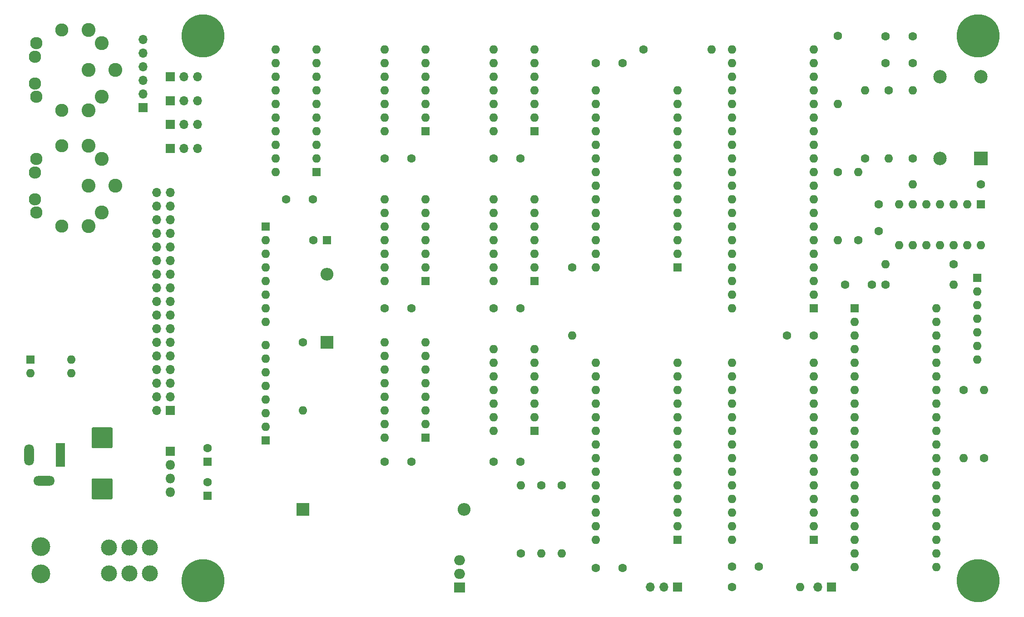
<source format=gbr>
%TF.GenerationSoftware,KiCad,Pcbnew,(5.1.10)-1*%
%TF.CreationDate,2022-09-04T00:11:24-04:00*%
%TF.ProjectId,1581-improved,31353831-2d69-46d7-9072-6f7665642e6b,rev?*%
%TF.SameCoordinates,Original*%
%TF.FileFunction,Soldermask,Bot*%
%TF.FilePolarity,Negative*%
%FSLAX46Y46*%
G04 Gerber Fmt 4.6, Leading zero omitted, Abs format (unit mm)*
G04 Created by KiCad (PCBNEW (5.1.10)-1) date 2022-09-04 00:11:24*
%MOMM*%
%LPD*%
G01*
G04 APERTURE LIST*
%ADD10O,1.600000X1.600000*%
%ADD11R,1.600000X1.600000*%
%ADD12C,0.900000*%
%ADD13C,8.000000*%
%ADD14C,1.600000*%
%ADD15R,1.700000X1.700000*%
%ADD16O,1.700000X1.700000*%
%ADD17C,2.600000*%
%ADD18C,2.300000*%
%ADD19C,2.450000*%
%ADD20R,1.800000X1.800000*%
%ADD21O,1.800000X1.800000*%
%ADD22O,4.000000X1.800000*%
%ADD23O,1.800000X4.000000*%
%ADD24R,1.800000X4.400000*%
%ADD25R,2.500000X2.500000*%
%ADD26C,2.500000*%
%ADD27C,3.500000*%
%ADD28C,3.000000*%
%ADD29R,2.000000X1.905000*%
%ADD30O,2.000000X1.905000*%
%ADD31R,2.400000X2.400000*%
%ADD32O,2.400000X2.400000*%
G04 APERTURE END LIST*
D10*
%TO.C,U1*%
X221615000Y-91440000D03*
X206375000Y-139700000D03*
X221615000Y-93980000D03*
X206375000Y-137160000D03*
X221615000Y-96520000D03*
X206375000Y-134620000D03*
X221615000Y-99060000D03*
X206375000Y-132080000D03*
X221615000Y-101600000D03*
X206375000Y-129540000D03*
X221615000Y-104140000D03*
X206375000Y-127000000D03*
X221615000Y-106680000D03*
X206375000Y-124460000D03*
X221615000Y-109220000D03*
X206375000Y-121920000D03*
X221615000Y-111760000D03*
X206375000Y-119380000D03*
X221615000Y-114300000D03*
X206375000Y-116840000D03*
X221615000Y-116840000D03*
X206375000Y-114300000D03*
X221615000Y-119380000D03*
X206375000Y-111760000D03*
X221615000Y-121920000D03*
X206375000Y-109220000D03*
X221615000Y-124460000D03*
X206375000Y-106680000D03*
X221615000Y-127000000D03*
X206375000Y-104140000D03*
X221615000Y-129540000D03*
X206375000Y-101600000D03*
X221615000Y-132080000D03*
X206375000Y-99060000D03*
X221615000Y-134620000D03*
X206375000Y-96520000D03*
X221615000Y-137160000D03*
X206375000Y-93980000D03*
X221615000Y-139700000D03*
D11*
X206375000Y-91440000D03*
%TD*%
D12*
%TO.C,REF\u002A\u002A*%
X231483320Y-140118680D03*
X229362000Y-139240000D03*
X227240680Y-140118680D03*
X226362000Y-142240000D03*
X227240680Y-144361320D03*
X229362000Y-145240000D03*
X231483320Y-144361320D03*
X232362000Y-142240000D03*
D13*
X229362000Y-142240000D03*
%TD*%
D12*
%TO.C,REF\u002A\u002A*%
X231483320Y-38518680D03*
X229362000Y-37640000D03*
X227240680Y-38518680D03*
X226362000Y-40640000D03*
X227240680Y-42761320D03*
X229362000Y-43640000D03*
X231483320Y-42761320D03*
X232362000Y-40640000D03*
D13*
X229362000Y-40640000D03*
%TD*%
D12*
%TO.C,REF\u002A\u002A*%
X86957320Y-140118680D03*
X84836000Y-139240000D03*
X82714680Y-140118680D03*
X81836000Y-142240000D03*
X82714680Y-144361320D03*
X84836000Y-145240000D03*
X86957320Y-144361320D03*
X87836000Y-142240000D03*
D13*
X84836000Y-142240000D03*
%TD*%
D12*
%TO.C,REF\u002A\u002A*%
X86957320Y-38518680D03*
X84836000Y-37640000D03*
X82714680Y-38518680D03*
X81836000Y-40640000D03*
X82714680Y-42761320D03*
X84836000Y-43640000D03*
X86957320Y-42761320D03*
X87836000Y-40640000D03*
D13*
X84836000Y-40640000D03*
%TD*%
D11*
%TO.C,C18*%
X85725000Y-126365000D03*
D14*
X85725000Y-123865000D03*
%TD*%
D11*
%TO.C,C20*%
X107950000Y-78740000D03*
D14*
X105450000Y-78740000D03*
%TD*%
%TO.C,C22*%
X85725000Y-117515000D03*
D11*
X85725000Y-120015000D03*
%TD*%
D15*
%TO.C,CN1*%
X73660000Y-53975000D03*
D16*
X73660000Y-51435000D03*
X73660000Y-48895000D03*
X73660000Y-46355000D03*
X73660000Y-43815000D03*
X73660000Y-41275000D03*
%TD*%
D15*
%TO.C,CN2*%
X78740000Y-110490000D03*
D16*
X76200000Y-110490000D03*
X78740000Y-107950000D03*
X76200000Y-107950000D03*
X78740000Y-105410000D03*
X76200000Y-105410000D03*
X78740000Y-102870000D03*
X76200000Y-102870000D03*
X78740000Y-100330000D03*
X76200000Y-100330000D03*
X78740000Y-97790000D03*
X76200000Y-97790000D03*
X78740000Y-95250000D03*
X76200000Y-95250000D03*
X78740000Y-92710000D03*
X76200000Y-92710000D03*
X78740000Y-90170000D03*
X76200000Y-90170000D03*
X78740000Y-87630000D03*
X76200000Y-87630000D03*
X78740000Y-85090000D03*
X76200000Y-85090000D03*
X78740000Y-82550000D03*
X76200000Y-82550000D03*
X78740000Y-80010000D03*
X76200000Y-80010000D03*
X78740000Y-77470000D03*
X76200000Y-77470000D03*
X78740000Y-74930000D03*
X76200000Y-74930000D03*
X78740000Y-72390000D03*
X76200000Y-72390000D03*
X78740000Y-69850000D03*
X76200000Y-69850000D03*
%TD*%
D17*
%TO.C,CN3*%
X68500000Y-68580000D03*
X66000000Y-73580000D03*
X66000000Y-63580000D03*
X63500000Y-76080000D03*
X63500000Y-68580000D03*
X63500000Y-61080000D03*
D18*
X53800000Y-63580000D03*
X53800000Y-73580000D03*
X53500000Y-66080000D03*
X53500000Y-71080000D03*
D19*
X58500000Y-76080000D03*
X58500000Y-61080000D03*
%TD*%
D15*
%TO.C,CN5*%
X173355000Y-143383000D03*
D16*
X170815000Y-143383000D03*
X168275000Y-143383000D03*
%TD*%
%TO.C,EMI1*%
X83820000Y-52705000D03*
X81280000Y-52705000D03*
D15*
X78740000Y-52705000D03*
%TD*%
%TO.C,EMI2*%
X78740000Y-48260000D03*
D16*
X81280000Y-48260000D03*
X83820000Y-48260000D03*
%TD*%
D15*
%TO.C,EMI3*%
X78740000Y-61595000D03*
D16*
X81280000Y-61595000D03*
X83820000Y-61595000D03*
%TD*%
%TO.C,EMI4*%
X83820000Y-57150000D03*
X81280000Y-57150000D03*
D15*
X78740000Y-57150000D03*
%TD*%
D11*
%TO.C,RP3*%
X96520000Y-116078000D03*
D10*
X96520000Y-113538000D03*
X96520000Y-110998000D03*
X96520000Y-108458000D03*
X96520000Y-105918000D03*
X96520000Y-103378000D03*
X96520000Y-100838000D03*
X96520000Y-98298000D03*
%TD*%
D11*
%TO.C,SW1*%
X52705000Y-100965000D03*
D10*
X60325000Y-103505000D03*
X52705000Y-103505000D03*
X60325000Y-100965000D03*
%TD*%
D11*
%TO.C,U4*%
X173355000Y-83820000D03*
D10*
X158115000Y-50800000D03*
X173355000Y-81280000D03*
X158115000Y-53340000D03*
X173355000Y-78740000D03*
X158115000Y-55880000D03*
X173355000Y-76200000D03*
X158115000Y-58420000D03*
X173355000Y-73660000D03*
X158115000Y-60960000D03*
X173355000Y-71120000D03*
X158115000Y-63500000D03*
X173355000Y-68580000D03*
X158115000Y-66040000D03*
X173355000Y-66040000D03*
X158115000Y-68580000D03*
X173355000Y-63500000D03*
X158115000Y-71120000D03*
X173355000Y-60960000D03*
X158115000Y-73660000D03*
X173355000Y-58420000D03*
X158115000Y-76200000D03*
X173355000Y-55880000D03*
X158115000Y-78740000D03*
X173355000Y-53340000D03*
X158115000Y-81280000D03*
X173355000Y-50800000D03*
X158115000Y-83820000D03*
%TD*%
D17*
%TO.C,CN4*%
X68500000Y-46990000D03*
X66000000Y-51990000D03*
X66000000Y-41990000D03*
X63500000Y-54490000D03*
X63500000Y-46990000D03*
X63500000Y-39490000D03*
D18*
X53800000Y-41990000D03*
X53800000Y-51990000D03*
X53500000Y-44490000D03*
X53500000Y-49490000D03*
D19*
X58500000Y-54490000D03*
X58500000Y-39490000D03*
%TD*%
D20*
%TO.C,J1*%
X78740000Y-118110000D03*
D21*
X78740000Y-120650000D03*
X78740000Y-123190000D03*
X78740000Y-125730000D03*
%TD*%
D22*
%TO.C,J2*%
X55245000Y-123545000D03*
D23*
X52445000Y-118745000D03*
D24*
X58245000Y-118745000D03*
%TD*%
D25*
%TO.C,X1*%
X229870000Y-63500000D03*
D26*
X222250000Y-63500000D03*
X222250000Y-48260000D03*
X229870000Y-48260000D03*
%TD*%
D27*
%TO.C,SW2*%
X54610000Y-135890000D03*
X54610000Y-140970000D03*
D28*
X67310000Y-136017000D03*
X67310000Y-140843000D03*
X71120000Y-136017000D03*
X71120000Y-140843000D03*
X74930000Y-136017000D03*
X74930000Y-140843000D03*
%TD*%
D29*
%TO.C,U15*%
X132715000Y-143510000D03*
D30*
X132715000Y-140970000D03*
X132715000Y-138430000D03*
%TD*%
D31*
%TO.C,C19*%
X103505000Y-128905000D03*
D32*
X133505000Y-128905000D03*
%TD*%
D15*
%TO.C,JP5*%
X202057000Y-143383000D03*
D16*
X199517000Y-143383000D03*
%TD*%
D11*
%TO.C,U2*%
X173355000Y-134620000D03*
D10*
X158115000Y-101600000D03*
X173355000Y-132080000D03*
X158115000Y-104140000D03*
X173355000Y-129540000D03*
X158115000Y-106680000D03*
X173355000Y-127000000D03*
X158115000Y-109220000D03*
X173355000Y-124460000D03*
X158115000Y-111760000D03*
X173355000Y-121920000D03*
X158115000Y-114300000D03*
X173355000Y-119380000D03*
X158115000Y-116840000D03*
X173355000Y-116840000D03*
X158115000Y-119380000D03*
X173355000Y-114300000D03*
X158115000Y-121920000D03*
X173355000Y-111760000D03*
X158115000Y-124460000D03*
X173355000Y-109220000D03*
X158115000Y-127000000D03*
X173355000Y-106680000D03*
X158115000Y-129540000D03*
X173355000Y-104140000D03*
X158115000Y-132080000D03*
X173355000Y-101600000D03*
X158115000Y-134620000D03*
%TD*%
D11*
%TO.C,U6*%
X126365000Y-115570000D03*
D10*
X118745000Y-97790000D03*
X126365000Y-113030000D03*
X118745000Y-100330000D03*
X126365000Y-110490000D03*
X118745000Y-102870000D03*
X126365000Y-107950000D03*
X118745000Y-105410000D03*
X126365000Y-105410000D03*
X118745000Y-107950000D03*
X126365000Y-102870000D03*
X118745000Y-110490000D03*
X126365000Y-100330000D03*
X118745000Y-113030000D03*
X126365000Y-97790000D03*
X118745000Y-115570000D03*
%TD*%
%TO.C,U7*%
X118745000Y-86360000D03*
X126365000Y-71120000D03*
X118745000Y-83820000D03*
X126365000Y-73660000D03*
X118745000Y-81280000D03*
X126365000Y-76200000D03*
X118745000Y-78740000D03*
X126365000Y-78740000D03*
X118745000Y-76200000D03*
X126365000Y-81280000D03*
X118745000Y-73660000D03*
X126365000Y-83820000D03*
X118745000Y-71120000D03*
D11*
X126365000Y-86360000D03*
%TD*%
%TO.C,U8*%
X146685000Y-86360000D03*
D10*
X139065000Y-71120000D03*
X146685000Y-83820000D03*
X139065000Y-73660000D03*
X146685000Y-81280000D03*
X139065000Y-76200000D03*
X146685000Y-78740000D03*
X139065000Y-78740000D03*
X146685000Y-76200000D03*
X139065000Y-81280000D03*
X146685000Y-73660000D03*
X139065000Y-83820000D03*
X146685000Y-71120000D03*
X139065000Y-86360000D03*
%TD*%
D11*
%TO.C,U9*%
X126365000Y-58420000D03*
D10*
X118745000Y-43180000D03*
X126365000Y-55880000D03*
X118745000Y-45720000D03*
X126365000Y-53340000D03*
X118745000Y-48260000D03*
X126365000Y-50800000D03*
X118745000Y-50800000D03*
X126365000Y-48260000D03*
X118745000Y-53340000D03*
X126365000Y-45720000D03*
X118745000Y-55880000D03*
X126365000Y-43180000D03*
X118745000Y-58420000D03*
%TD*%
D11*
%TO.C,U10*%
X229870000Y-72009000D03*
D10*
X214630000Y-79629000D03*
X227330000Y-72009000D03*
X217170000Y-79629000D03*
X224790000Y-72009000D03*
X219710000Y-79629000D03*
X222250000Y-72009000D03*
X222250000Y-79629000D03*
X219710000Y-72009000D03*
X224790000Y-79629000D03*
X217170000Y-72009000D03*
X227330000Y-79629000D03*
X214630000Y-72009000D03*
X229870000Y-79629000D03*
%TD*%
%TO.C,U11*%
X139065000Y-114300000D03*
X146685000Y-99060000D03*
X139065000Y-111760000D03*
X146685000Y-101600000D03*
X139065000Y-109220000D03*
X146685000Y-104140000D03*
X139065000Y-106680000D03*
X146685000Y-106680000D03*
X139065000Y-104140000D03*
X146685000Y-109220000D03*
X139065000Y-101600000D03*
X146685000Y-111760000D03*
X139065000Y-99060000D03*
D11*
X146685000Y-114300000D03*
%TD*%
D10*
%TO.C,U12*%
X139065000Y-58420000D03*
X146685000Y-43180000D03*
X139065000Y-55880000D03*
X146685000Y-45720000D03*
X139065000Y-53340000D03*
X146685000Y-48260000D03*
X139065000Y-50800000D03*
X146685000Y-50800000D03*
X139065000Y-48260000D03*
X146685000Y-53340000D03*
X139065000Y-45720000D03*
X146685000Y-55880000D03*
X139065000Y-43180000D03*
D11*
X146685000Y-58420000D03*
%TD*%
%TO.C,U13*%
X106045000Y-66040000D03*
D10*
X98425000Y-43180000D03*
X106045000Y-63500000D03*
X98425000Y-45720000D03*
X106045000Y-60960000D03*
X98425000Y-48260000D03*
X106045000Y-58420000D03*
X98425000Y-50800000D03*
X106045000Y-55880000D03*
X98425000Y-53340000D03*
X106045000Y-53340000D03*
X98425000Y-55880000D03*
X106045000Y-50800000D03*
X98425000Y-58420000D03*
X106045000Y-48260000D03*
X98425000Y-60960000D03*
X106045000Y-45720000D03*
X98425000Y-63500000D03*
X106045000Y-43180000D03*
X98425000Y-66040000D03*
%TD*%
D31*
%TO.C,CR4*%
X107950000Y-97790000D03*
D32*
X107950000Y-85090000D03*
%TD*%
D14*
%TO.C,C1*%
X204550000Y-86995000D03*
X209550000Y-86995000D03*
%TD*%
%TO.C,C2*%
X163115000Y-139827000D03*
X158115000Y-139827000D03*
%TD*%
%TO.C,C3*%
X188515000Y-139573000D03*
X183515000Y-139573000D03*
%TD*%
%TO.C,C4*%
X163115000Y-45720000D03*
X158115000Y-45720000D03*
%TD*%
%TO.C,C5*%
X193755000Y-96520000D03*
X198755000Y-96520000D03*
%TD*%
%TO.C,C6*%
X118745000Y-120015000D03*
X123745000Y-120015000D03*
%TD*%
%TO.C,C7*%
X123745000Y-91440000D03*
X118745000Y-91440000D03*
%TD*%
%TO.C,C8*%
X144065000Y-91440000D03*
X139065000Y-91440000D03*
%TD*%
%TO.C,C9*%
X118745000Y-63500000D03*
X123745000Y-63500000D03*
%TD*%
%TO.C,C10*%
X210820000Y-72009000D03*
X210820000Y-77009000D03*
%TD*%
%TO.C,C11*%
X139065000Y-120015000D03*
X144065000Y-120015000D03*
%TD*%
%TO.C,C12*%
X139065000Y-63500000D03*
X144065000Y-63500000D03*
%TD*%
%TO.C,C13*%
X105330000Y-71120000D03*
X100330000Y-71120000D03*
%TD*%
%TO.C,C14*%
X212090000Y-45720000D03*
X212090000Y-40720000D03*
%TD*%
%TO.C,C15*%
X217170000Y-40720000D03*
X217170000Y-45720000D03*
%TD*%
%TO.C,R1*%
X230505000Y-119380000D03*
D10*
X230505000Y-106680000D03*
%TD*%
%TO.C,R3*%
X203200000Y-78740000D03*
D14*
X203200000Y-66040000D03*
%TD*%
%TO.C,R4*%
X153670000Y-83820000D03*
D10*
X153670000Y-96520000D03*
%TD*%
%TO.C,R5*%
X179705000Y-43180000D03*
D14*
X167005000Y-43180000D03*
%TD*%
D10*
%TO.C,R9*%
X217170000Y-68326000D03*
D14*
X229870000Y-68326000D03*
%TD*%
%TO.C,R10*%
X212090000Y-86995000D03*
D10*
X224790000Y-86995000D03*
%TD*%
%TO.C,R11*%
X208280000Y-50800000D03*
D14*
X208280000Y-63500000D03*
%TD*%
%TO.C,R12*%
X147955000Y-124460000D03*
D10*
X147955000Y-137160000D03*
%TD*%
%TO.C,R13*%
X144145000Y-124460000D03*
D14*
X144145000Y-137160000D03*
%TD*%
%TO.C,R14*%
X151765000Y-124460000D03*
D10*
X151765000Y-137160000D03*
%TD*%
D14*
%TO.C,R6*%
X183515000Y-143383000D03*
D10*
X196215000Y-143383000D03*
%TD*%
D11*
%TO.C,RP2*%
X229235000Y-85725000D03*
D10*
X229235000Y-88265000D03*
X229235000Y-90805000D03*
X229235000Y-93345000D03*
X229235000Y-95885000D03*
X229235000Y-98425000D03*
X229235000Y-100965000D03*
%TD*%
%TO.C,FB1*%
X226695000Y-119380000D03*
D14*
X226695000Y-106680000D03*
%TD*%
%TO.C,FB2*%
X207010000Y-78740000D03*
D10*
X207010000Y-66040000D03*
%TD*%
%TO.C,FB3*%
X212725000Y-63500000D03*
D14*
X212725000Y-50800000D03*
%TD*%
%TO.C,FB4*%
X217170000Y-63500000D03*
D10*
X217170000Y-50800000D03*
%TD*%
%TO.C,FB5*%
X212090000Y-83185000D03*
D14*
X224790000Y-83185000D03*
%TD*%
%TO.C,FB6*%
X203200000Y-40640000D03*
D10*
X203200000Y-53340000D03*
%TD*%
D11*
%TO.C,U3*%
X198755000Y-134620000D03*
D10*
X183515000Y-101600000D03*
X198755000Y-132080000D03*
X183515000Y-104140000D03*
X198755000Y-129540000D03*
X183515000Y-106680000D03*
X198755000Y-127000000D03*
X183515000Y-109220000D03*
X198755000Y-124460000D03*
X183515000Y-111760000D03*
X198755000Y-121920000D03*
X183515000Y-114300000D03*
X198755000Y-119380000D03*
X183515000Y-116840000D03*
X198755000Y-116840000D03*
X183515000Y-119380000D03*
X198755000Y-114300000D03*
X183515000Y-121920000D03*
X198755000Y-111760000D03*
X183515000Y-124460000D03*
X198755000Y-109220000D03*
X183515000Y-127000000D03*
X198755000Y-106680000D03*
X183515000Y-129540000D03*
X198755000Y-104140000D03*
X183515000Y-132080000D03*
X198755000Y-101600000D03*
X183515000Y-134620000D03*
%TD*%
D11*
%TO.C,U5*%
X198755000Y-91440000D03*
D10*
X183515000Y-43180000D03*
X198755000Y-88900000D03*
X183515000Y-45720000D03*
X198755000Y-86360000D03*
X183515000Y-48260000D03*
X198755000Y-83820000D03*
X183515000Y-50800000D03*
X198755000Y-81280000D03*
X183515000Y-53340000D03*
X198755000Y-78740000D03*
X183515000Y-55880000D03*
X198755000Y-76200000D03*
X183515000Y-58420000D03*
X198755000Y-73660000D03*
X183515000Y-60960000D03*
X198755000Y-71120000D03*
X183515000Y-63500000D03*
X198755000Y-68580000D03*
X183515000Y-66040000D03*
X198755000Y-66040000D03*
X183515000Y-68580000D03*
X198755000Y-63500000D03*
X183515000Y-71120000D03*
X198755000Y-60960000D03*
X183515000Y-73660000D03*
X198755000Y-58420000D03*
X183515000Y-76200000D03*
X198755000Y-55880000D03*
X183515000Y-78740000D03*
X198755000Y-53340000D03*
X183515000Y-81280000D03*
X198755000Y-50800000D03*
X183515000Y-83820000D03*
X198755000Y-48260000D03*
X183515000Y-86360000D03*
X198755000Y-45720000D03*
X183515000Y-88900000D03*
X198755000Y-43180000D03*
X183515000Y-91440000D03*
%TD*%
D14*
%TO.C,R2*%
X103505000Y-97790000D03*
D10*
X103505000Y-110490000D03*
%TD*%
D11*
%TO.C,RP1*%
X96520000Y-76200000D03*
D10*
X96520000Y-78740000D03*
X96520000Y-81280000D03*
X96520000Y-83820000D03*
X96520000Y-86360000D03*
X96520000Y-88900000D03*
X96520000Y-91440000D03*
X96520000Y-93980000D03*
%TD*%
%TO.C,J3*%
G36*
G01*
X64090000Y-126794999D02*
X64090000Y-123395001D01*
G75*
G02*
X64340001Y-123145000I250001J0D01*
G01*
X67739999Y-123145000D01*
G75*
G02*
X67990000Y-123395001I0J-250001D01*
G01*
X67990000Y-126794999D01*
G75*
G02*
X67739999Y-127045000I-250001J0D01*
G01*
X64340001Y-127045000D01*
G75*
G02*
X64090000Y-126794999I0J250001D01*
G01*
G37*
%TD*%
%TO.C,J4*%
G36*
G01*
X64090000Y-117269999D02*
X64090000Y-113870001D01*
G75*
G02*
X64340001Y-113620000I250001J0D01*
G01*
X67739999Y-113620000D01*
G75*
G02*
X67990000Y-113870001I0J-250001D01*
G01*
X67990000Y-117269999D01*
G75*
G02*
X67739999Y-117520000I-250001J0D01*
G01*
X64340001Y-117520000D01*
G75*
G02*
X64090000Y-117269999I0J250001D01*
G01*
G37*
%TD*%
M02*

</source>
